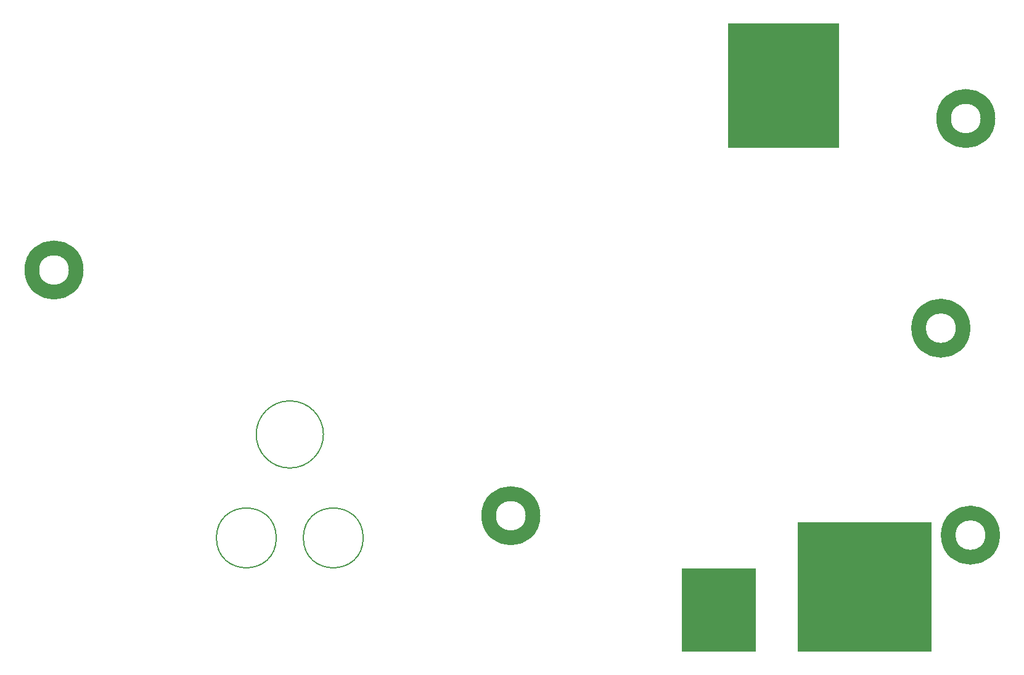
<source format=gbr>
G04 #@! TF.GenerationSoftware,KiCad,Pcbnew,(6.0.9)*
G04 #@! TF.CreationDate,2022-12-31T07:10:20+09:00*
G04 #@! TF.ProjectId,osso,6f73736f-2e6b-4696-9361-645f70636258,rev?*
G04 #@! TF.SameCoordinates,Original*
G04 #@! TF.FileFunction,Other,User*
%FSLAX46Y46*%
G04 Gerber Fmt 4.6, Leading zero omitted, Abs format (unit mm)*
G04 Created by KiCad (PCBNEW (6.0.9)) date 2022-12-31 07:10:20*
%MOMM*%
%LPD*%
G01*
G04 APERTURE LIST*
%ADD10C,2.032000*%
%ADD11C,0.127000*%
G04 APERTURE END LIST*
D10*
X89503100Y-97163850D02*
G75*
G03*
X89503100Y-97163850I-3048000J0D01*
G01*
X211296100Y-105164850D02*
G75*
G03*
X211296100Y-105164850I-3048000J0D01*
G01*
X214725100Y-76335850D02*
G75*
G03*
X214725100Y-76335850I-3048000J0D01*
G01*
X152241100Y-130945850D02*
G75*
G03*
X152241100Y-130945850I-3048000J0D01*
G01*
D11*
X123457906Y-119769850D02*
G75*
G03*
X123457906Y-119769850I-4617806J0D01*
G01*
X116980906Y-133993850D02*
G75*
G03*
X116980906Y-133993850I-4109806J0D01*
G01*
X128918906Y-133993850D02*
G75*
G03*
X128918906Y-133993850I-4109806J0D01*
G01*
D10*
X215360100Y-133612850D02*
G75*
G03*
X215360100Y-133612850I-3048000J0D01*
G01*
G36*
X182848100Y-149614850D02*
G01*
X172688100Y-149614850D01*
X172688100Y-138184850D01*
X182848100Y-138184850D01*
X182848100Y-149614850D01*
G37*
G36*
X206978100Y-149614850D02*
G01*
X188563100Y-149614850D01*
X188563100Y-131834850D01*
X206978100Y-131834850D01*
X206978100Y-149614850D01*
G37*
G36*
X194278100Y-80399850D02*
G01*
X179038100Y-80399850D01*
X179038100Y-63254850D01*
X194278100Y-63254850D01*
X194278100Y-80399850D01*
G37*
M02*

</source>
